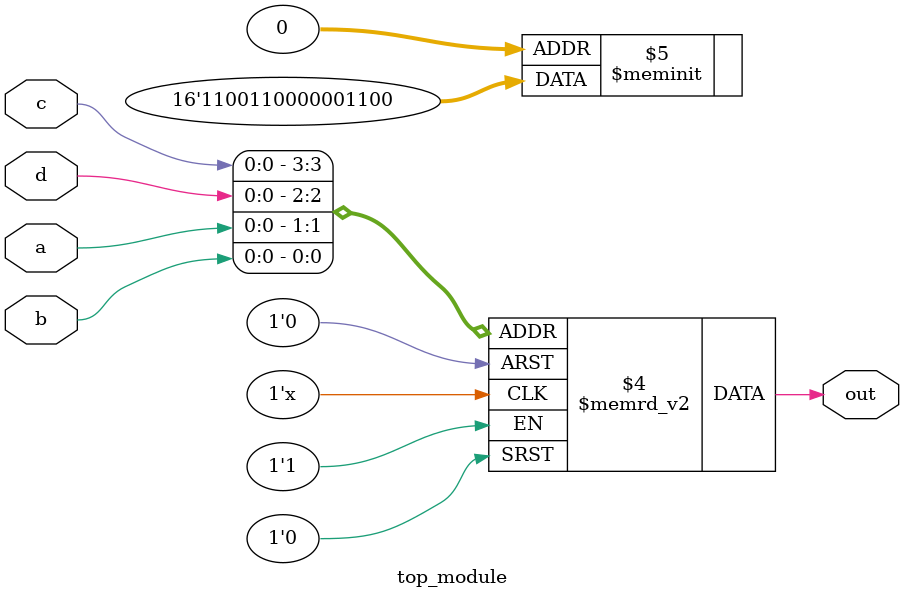
<source format=sv>
module top_module (
	input a, 
	input b,
	input c,
	input d,
	output reg out
);

	always @(*) begin
		case ({c, d, a, b})
			4'b0010, 4'b0011: out = 1; // cd:00, ab:10, ab:11
			4'b0110, 4'b0111: out = 0; // cd:01, ab:10, ab:11 are don't-cares
			4'b1010, 4'b1011: out = 1; // cd:10, ab:10, ab:11
			4'b1110, 4'b1111: out = 1; // cd:11, ab:10, ab:11
			4'b0001: out = 0;          // cd:00, ab:00
			4'b0100, 4'b0101: out = 0; // cd:01, ab:00
			4'b1100: out = 0;          // cd:11, ab:00
			default: out = 0;          // all other cases are undefined or don't-cares
		endcase
	end

endmodule

</source>
